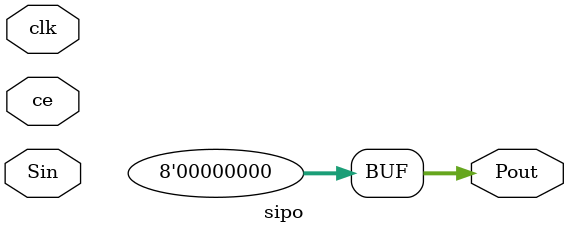
<source format=v>
`timescale 1ns/1ps

module sipo(output [7:0] Pout = 8'b0, input Sin, input clk, input ce);
	always @(posedge clk) begin
		if(ce) begin
			Pout <= { Pout[6:0], Sin};
		end
	end
endmodule

</source>
